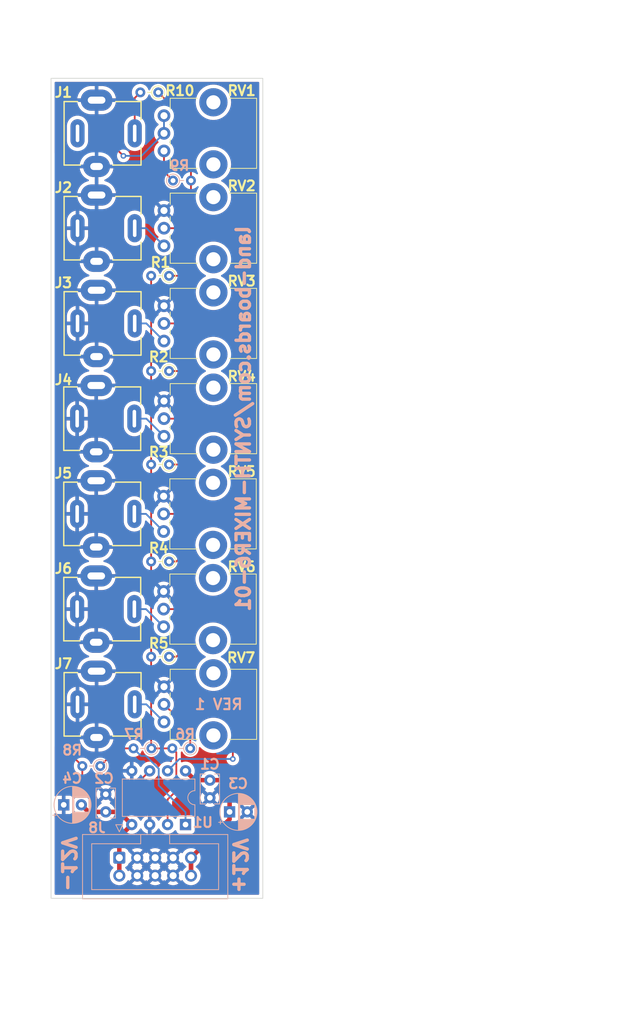
<source format=kicad_pcb>
(kicad_pcb (version 20211014) (generator pcbnew)
  (title_block (title "SYNTH-MIXER6-01") (date "2022-09-30") (rev "1") (company "LAND BOARDS, LLC"))
  (layers (0 "F.Cu" signal) (31 "B.Cu" signal) (34 "B.Paste" user) (35 "F.Paste" user) (36 "B.SilkS" user "B.Silkscreen") (37 "F.SilkS" user "F.Silkscreen") (38 "B.Mask" user) (39 "F.Mask" user) (44 "Edge.Cuts" user))
  (net 0 "")
  (net 1 "GND")
  (net 2 "/POTWIPER_4")
  (net 3 "/POTWIPER_3")
  (net 4 "/POTWIPER_2")
  (net 5 "/POTWIPER_5")
  (net 6 "/POTWIPER_6")
  (net 7 "+12V")
  (net 8 "-12V")
  (net 9 "/OUT")
  (net 10 "Net-(R7-Pad2)")
  (net 11 "/VOL2")
  (net 12 "/VOL1")
  (net 13 "/VSUM")
  (net 15 "/VO")
  (net 16 "/VI_1")
  (net 17 "/VI_2")
  (net 18 "/VI_3")
  (net 19 "/VI_4")
  (net 20 "/VI_5")
  (net 21 "/VI_6")
  (net 22 "/POTWIPER_1")
  (footprint "Potentiometer_THT:Potentiometer_Bourns_PTV09A-1_Single_Vertical" (layer "F.Cu") (at 15.95 70.502501)
    (fp_text reference "RV5" (at 11.05 -8.502501) (layer "F.SilkS") (effects (font (size 1.397 1.397) (thickness 0.3048))))
    (fp_text value "10K")
    (pad "" np_thru_hole circle (at 7 1.9) (size 4 4) (drill 2) (layers *.Cu *.Mask))
    (pad "" np_thru_hole circle (at 7 -6.9) (size 4 4) (drill 2) (layers *.Cu *.Mask))
    (pad "1" thru_hole circle (at 0 0) (size 1.8 1.8) (drill 1) (layers *.Cu *.Mask) (net 19 "/VI_4"))
    (pad "2" thru_hole circle (at 0 -2.5) (size 1.8 1.8) (drill 1) (layers *.Cu *.Mask) (net 2 "/POTWIPER_4"))
    (pad "3" thru_hole circle (at 0 -5) (size 1.8 1.8) (drill 1) (layers *.Cu *.Mask) (net 1 "GND"))
  )
  (footprint "Resistor_THT:R_Axial_DIN0204_L3.6mm_D1.6mm_P2.54mm_Vertical" (layer "F.Cu") (at 16.72 74.752501 180)
    (fp_text reference "R4" (at 1.47 1.9 180) (layer "F.SilkS") (effects (font (size 1.397 1.397) (thickness 0.3048))))
    (fp_text value "100K")
    (pad "1" thru_hole circle (at 0 0 180) (size 1.4 1.4) (drill 0.7) (layers *.Cu *.Mask) (net 2 "/POTWIPER_4"))
    (pad "2" thru_hole oval (at 2.54 0 180) (size 1.4 1.4) (drill 0.7) (layers *.Cu *.Mask) (net 13 "/VSUM"))
  )
  (footprint "Potentiometer_THT:Potentiometer_Bourns_PTV09A-1_Single_Vertical" (layer "F.Cu") (at 16 16.552501)
    (fp_text reference "RV1" (at 11 -8.552501) (layer "F.SilkS") (effects (font (size 1.397 1.397) (thickness 0.3048))))
    (fp_text value "10K")
    (pad "" np_thru_hole circle (at 7 1.9) (size 4 4) (drill 2) (layers *.Cu *.Mask))
    (pad "" np_thru_hole circle (at 7 -6.9) (size 4 4) (drill 2) (layers *.Cu *.Mask))
    (pad "1" thru_hole circle (at 0 0) (size 1.8 1.8) (drill 1) (layers *.Cu *.Mask) (net 12 "/VOL1"))
    (pad "2" thru_hole circle (at 0 -2.5) (size 1.8 1.8) (drill 1) (layers *.Cu *.Mask) (net 11 "/VOL2"))
    (pad "3" thru_hole circle (at 0 -5) (size 1.8 1.8) (drill 1) (layers *.Cu *.Mask) (net 11 "/VOL2"))
  )
  (footprint "Potentiometer_THT:Potentiometer_Bourns_PTV09A-1_Single_Vertical" (layer "F.Cu") (at 16 43.502501)
    (fp_text reference "RV3" (at 11 -8.5) (layer "F.SilkS") (effects (font (size 1.397 1.397) (thickness 0.3048))))
    (fp_text value "10K")
    (pad "" np_thru_hole circle (at 7 -6.9) (size 4 4) (drill 2) (layers *.Cu *.Mask))
    (pad "" np_thru_hole circle (at 7 1.9) (size 4 4) (drill 2) (layers *.Cu *.Mask))
    (pad "1" thru_hole circle (at 0 0) (size 1.8 1.8) (drill 1) (layers *.Cu *.Mask) (net 17 "/VI_2"))
    (pad "2" thru_hole circle (at 0 -2.5) (size 1.8 1.8) (drill 1) (layers *.Cu *.Mask) (net 4 "/POTWIPER_2"))
    (pad "3" thru_hole circle (at 0 -5) (size 1.8 1.8) (drill 1) (layers *.Cu *.Mask) (net 1 "GND"))
  )
  (footprint "AudioJacks:Jack_3.5mm_QingPu_WQP-PJ301BM_Vertical" (layer "F.Cu") (at 7.05 95.002501 -90)
    (fp_text reference "J7" (at -5.752501 5.3 180) (layer "F.SilkS") (effects (font (size 1.397 1.397) (thickness 0.3048))))
    (fp_text value "PJ-301BM")
    (pad "S" thru_hole oval locked (at -4.7 0.6) (size 4.5 3) (drill oval 2.5 1) (layers *.Cu *.Mask) (net 1 "GND"))
    (pad "S" thru_hole oval locked (at 4.7 0.6) (size 3.8 3) (drill oval 1.8 1) (layers *.Cu *.Mask) (net 1 "GND"))
    (pad "T" thru_hole oval locked (at 0 -4.8 270) (size 4 2) (drill oval 2.5 0.5) (layers *.Cu *.Mask) (net 21 "/VI_6"))
    (pad "TN" thru_hole oval locked (at 0 3.3 270) (size 4 2) (drill oval 2.5 0.5) (layers *.Cu *.Mask) (net 1 "GND"))
  )
  (footprint "Potentiometer_THT:Potentiometer_Bourns_PTV09A-1_Single_Vertical" (layer "F.Cu") (at 15.95 84.002501)
    (fp_text reference "RV6" (at 11.05 -8.502501) (layer "F.SilkS") (effects (font (size 1.397 1.397) (thickness 0.3048))))
    (fp_text value "10K")
    (pad "" np_thru_hole circle (at 7 -6.9) (size 4 4) (drill 2) (layers *.Cu *.Mask))
    (pad "" np_thru_hole circle (at 7 1.9) (size 4 4) (drill 2) (layers *.Cu *.Mask))
    (pad "1" thru_hole circle (at 0 0) (size 1.8 1.8) (drill 1) (layers *.Cu *.Mask) (net 20 "/VI_5"))
    (pad "2" thru_hole circle (at 0 -2.5) (size 1.8 1.8) (drill 1) (layers *.Cu *.Mask) (net 5 "/POTWIPER_5"))
    (pad "3" thru_hole circle (at 0 -5) (size 1.8 1.8) (drill 1) (layers *.Cu *.Mask) (net 1 "GND"))
  )
  (footprint "AudioJacks:Jack_3.5mm_QingPu_WQP-PJ301BM_Vertical" (layer "F.Cu") (at 7 68.002501 -90)
    (fp_text reference "J5" (at -5.752501 5.25 180) (layer "F.SilkS") (effects (font (size 1.397 1.397) (thickness 0.3048))))
    (fp_text value "PJ-301BM")
    (pad "S" thru_hole oval locked (at -4.7 0.6) (size 4.5 3) (drill oval 2.5 1) (layers *.Cu *.Mask) (net 1 "GND"))
    (pad "S" thru_hole oval locked (at 4.7 0.6) (size 3.8 3) (drill oval 1.8 1) (layers *.Cu *.Mask) (net 1 "GND"))
    (pad "T" thru_hole oval locked (at 0 -4.8 270) (size 4 2) (drill oval 2.5 0.5) (layers *.Cu *.Mask) (net 19 "/VI_4"))
    (pad "TN" thru_hole oval locked (at 0 3.3 270) (size 4 2) (drill oval 2.5 0.5) (layers *.Cu *.Mask) (net 1 "GND"))
  )
  (footprint "AudioJacks:Jack_3.5mm_QingPu_WQP-PJ301BM_Vertical" (layer "F.Cu") (at 7 81.502501 -90)
    (fp_text reference "J6" (at -5.752501 5.25 180) (layer "F.SilkS") (effects (font (size 1.397 1.397) (thickness 0.3048))))
    (fp_text value "PJ-301BM")
    (pad "S" thru_hole oval locked (at -4.7 0.6) (size 4.5 3) (drill oval 2.5 1) (layers *.Cu *.Mask) (net 1 "GND"))
    (pad "S" thru_hole oval locked (at 4.7 0.6) (size 3.8 3) (drill oval 1.8 1) (layers *.Cu *.Mask) (net 1 "GND"))
    (pad "T" thru_hole oval locked (at 0 -4.8 270) (size 4 2) (drill oval 2.5 0.5) (layers *.Cu *.Mask) (net 20 "/VI_5"))
    (pad "TN" thru_hole oval locked (at 0 3.3 270) (size 4 2) (drill oval 2.5 0.5) (layers *.Cu *.Mask) (net 1 "GND"))
  )
  (footprint "Resistor_THT:R_Axial_DIN0204_L3.6mm_D1.6mm_P2.54mm_Vertical" (layer "F.Cu") (at 15.19 8.25 180)
    (fp_text reference "R10" (at -3.06 0.25 180) (layer "F.SilkS") (effects (font (size 1.397 1.397) (thickness 0.3048))))
    (fp_text value "1K")
    (pad "1" thru_hole circle (at 0 0 180) (size 1.4 1.4) (drill 0.7) (layers *.Cu *.Mask) (net 15 "/VO"))
    (pad "2" thru_hole oval (at 2.54 0 180) (size 1.4 1.4) (drill 0.7) (layers *.Cu *.Mask) (net 9 "/OUT"))
  )
  (footprint "Potentiometer_THT:Potentiometer_Bourns_PTV09A-1_Single_Vertical" (layer "F.Cu") (at 16 97.502501)
    (fp_text reference "RV7" (at 10.924 -9.110501) (layer "F.SilkS") (effects (font (size 1.397 1.397) (thickness 0.3048))))
    (fp_text value "10K")
    (pad "" np_thru_hole circle (at 7 -6.9) (size 4 4) (drill 2) (layers *.Cu *.Mask))
    (pad "" np_thru_hole circle (at 7 1.9) (size 4 4) (drill 2) (layers *.Cu *.Mask))
    (pad "1" thru_hole circle (at 0 0) (size 1.8 1.8) (drill 1) (layers *.Cu *.Mask) (net 21 "/VI_6"))
    (pad "2" thru_hole circle (at 0 -2.5) (size 1.8 1.8) (drill 1) (layers *.Cu *.Mask) (net 6 "/POTWIPER_6"))
    (pad "3" thru_hole circle (at 0 -5) (size 1.8 1.8) (drill 1) (layers *.Cu *.Mask) (net 1 "GND"))
  )
  (footprint "Resistor_THT:R_Axial_DIN0204_L3.6mm_D1.6mm_P2.54mm_Vertical" (layer "F.Cu") (at 16.72 88.252501 180)
    (fp_text reference "R5" (at 1.47 1.9 180) (layer "F.SilkS") (effects (font (size 1.397 1.397) (thickness 0.3048))))
    (fp_text value "100K")
    (pad "1" thru_hole circle (at 0 0 180) (size 1.4 1.4) (drill 0.7) (layers *.Cu *.Mask) (net 5 "/POTWIPER_5"))
    (pad "2" thru_hole oval (at 2.54 0 180) (size 1.4 1.4) (drill 0.7) (layers *.Cu *.Mask) (net 13 "/VSUM"))
  )
  (footprint "AudioJacks:Jack_3.5mm_QingPu_WQP-PJ301BM_Vertical" (layer "F.Cu") (at 7.05 27.502501 -90)
    (fp_text reference "J2" (at -5.752501 5.3 180) (layer "F.SilkS") (effects (font (size 1.397 1.397) (thickness 0.3048))))
    (fp_text value "PJ-301BM")
    (pad "S" thru_hole oval locked (at -4.7 0.6) (size 4.5 3) (drill oval 2.5 1) (layers *.Cu *.Mask) (net 1 "GND"))
    (pad "S" thru_hole oval locked (at 4.7 0.6) (size 3.8 3) (drill oval 1.8 1) (layers *.Cu *.Mask) (net 1 "GND"))
    (pad "T" thru_hole oval locked (at 0 -4.8 270) (size 4 2) (drill oval 2.5 0.5) (layers *.Cu *.Mask) (net 16 "/VI_1"))
    (pad "TN" thru_hole oval locked (at 0 3.3 270) (size 4 2) (drill oval 2.5 0.5) (layers *.Cu *.Mask) (net 1 "GND"))
  )
  (footprint "AudioJacks:Jack_3.5mm_QingPu_WQP-PJ301BM_Vertical" (layer "F.Cu") (at 7.05 14.052501 -90)
    (fp_text reference "J1" (at -5.802501 5.3 180) (layer "F.SilkS") (effects (font (size 1.397 1.397) (thickness 0.3048))))
    (fp_text value "PJ-301BM")
    (pad "S" thru_hole oval locked (at 4.7 0.6) (size 3.8 3) (drill oval 1.8 1) (layers *.Cu *.Mask) (net 1 "GND"))
    (pad "S" thru_hole oval locked (at -4.7 0.6) (size 4.5 3) (drill oval 2.5 1) (layers *.Cu *.Mask) (net 1 "GND"))
    (pad "T" thru_hole oval locked (at 0 -4.8 270) (size 4 2) (drill oval 2.5 0.5) (layers *.Cu *.Mask) (net 9 "/OUT"))
    (pad "TN" thru_hole oval locked (at 0 3.3 270) (size 4 2) (drill oval 2.5 0.5) (layers *.Cu *.Mask))
  )
  (footprint "Resistor_THT:R_Axial_DIN0204_L3.6mm_D1.6mm_P2.54mm_Vertical" (layer "F.Cu") (at 16.72 61.002501 180)
    (fp_text reference "R3" (at 1.47 1.752501 180) (layer "F.SilkS") (effects (font (size 1.397 1.397) (thickness 0.3048))))
    (fp_text value "100K")
    (pad "1" thru_hole circle (at 0 0 180) (size 1.4 1.4) (drill 0.7) (layers *.Cu *.Mask) (net 3 "/POTWIPER_3"))
    (pad "2" thru_hole oval (at 2.54 0 180) (size 1.4 1.4) (drill 0.7) (layers *.Cu *.Mask) (net 13 "/VSUM"))
  )
  (footprint "AudioJacks:Jack_3.5mm_QingPu_WQP-PJ301BM_Vertical" (layer "F.Cu") (at 7 54.502501 -90)
    (fp_text reference "J4" (at -5.502501 5.25 180) (layer "F.SilkS") (effects (font (size 1.397 1.397) (thickness 0.3048))))
    (fp_text value "PJ-301BM")
    (pad "S" thru_hole oval locked (at -4.7 0.6) (size 4.5 3) (drill oval 2.5 1) (layers *.Cu *.Mask) (net 1 "GND"))
    (pad "S" thru_hole oval locked (at 4.7 0.6) (size 3.8 3) (drill oval 1.8 1) (layers *.Cu *.Mask) (net 1 "GND"))
    (pad "T" thru_hole oval locked (at 0 -4.8 270) (size 4 2) (drill oval 2.5 0.5) (layers *.Cu *.Mask) (net 18 "/VI_3"))
    (pad "TN" thru_hole oval locked (at 0 3.3 270) (size 4 2) (drill oval 2.5 0.5) (layers *.Cu *.Mask) (net 1 "GND"))
  )
  (footprint "Potentiometer_THT:Potentiometer_Bourns_PTV09A-1_Single_Vertical" (layer "F.Cu") (at 16 30.002501)
    (fp_text reference "RV2" (at 11 -8.502501) (layer "F.SilkS") (effects (font (size 1.397 1.397) (thickness 0.3048))))
    (fp_text value "10K")
    (pad "" np_thru_hole circle (at 7 1.9) (size 4 4) (drill 2) (layers *.Cu *.Mask))
    (pad "" np_thru_hole circle (at 7 -6.9) (size 4 4) (drill 2) (layers *.Cu *.Mask))
    (pad "1" thru_hole circle (at 0 0) (size 1.8 1.8) (drill 1) (layers *.Cu *.Mask) (net 16 "/VI_1"))
    (pad "2" thru_hole circle (at 0 -2.5) (size 1.8 1.8) (drill 1) (layers *.Cu *.Mask) (net 22 "/POTWIPER_1"))
    (pad "3" thru_hole circle (at 0 -5) (size 1.8 1.8) (drill 1) (layers *.Cu *.Mask) (net 1 "GND"))
  )
  (footprint "Resistor_THT:R_Axial_DIN0204_L3.6mm_D1.6mm_P2.54mm_Vertical" (layer "F.Cu") (at 16.72 34.252501 180)
    (fp_text reference "R1" (at 1.22 1.9 180) (layer "F.SilkS") (effects (font (size 1.397 1.397) (thickness 0.3048))))
    (fp_text value "100K")
    (pad "1" thru_hole circle (at 0 0 180) (size 1.4 1.4) (drill 0.7) (layers *.Cu *.Mask) (net 22 "/POTWIPER_1"))
    (pad "2" thru_hole oval (at 2.54 0 180) (size 1.4 1.4) (drill 0.7) (layers *.Cu *.Mask) (net 13 "/VSUM"))
  )
  (footprint "Potentiometer_THT:Potentiometer_Bourns_PTV09A-1_Single_Vertical" (layer "F.Cu") (at 16 57.002501)
    (fp_text reference "RV4" (at 11 -8.5) (layer "F.SilkS") (effects (font (size 1.397 1.397) (thickness 0.3048))))
    (fp_text value "10K")
    (pad "" np_thru_hole circle (at 7 1.9) (size 4 4) (drill 2) (layers *.Cu *.Mask))
    (pad "" np_thru_hole circle (at 7 -6.9) (size 4 4) (drill 2) (layers *.Cu *.Mask))
    (pad "1" thru_hole circle (at 0 0) (size 1.8 1.8) (drill 1) (layers *.Cu *.Mask) (net 18 "/VI_3"))
    (pad "2" thru_hole circle (at 0 -2.5) (size 1.8 1.8) (drill 1) (layers *.Cu *.Mask) (net 3 "/POTWIPER_3"))
    (pad "3" thru_hole circle (at 0 -5) (size 1.8 1.8) (drill 1) (layers *.Cu *.Mask) (net 1 "GND"))
  )
  (footprint "Resistor_THT:R_Axial_DIN0204_L3.6mm_D1.6mm_P2.54mm_Vertical" (layer "F.Cu") (at 16.72 47.752501 180)
    (fp_text reference "R2" (at 1.47 2.002501 180) (layer "F.SilkS") (effects (font (size 1.397 1.397) (thickness 0.3048))))
    (fp_text value "100K")
    (pad "1" thru_hole circle (at 0 0 180) (size 1.4 1.4) (drill 0.7) (layers *.Cu *.Mask) (net 4 "/POTWIPER_2"))
    (pad "2" thru_hole oval (at 2.54 0 180) (size 1.4 1.4) (drill 0.7) (layers *.Cu *.Mask) (net 13 "/VSUM"))
  )
  (footprint "AudioJacks:Jack_3.5mm_QingPu_WQP-PJ301BM_Vertical" (layer "F.Cu") (at 7.05 41.002501 -90)
    (fp_text reference "J3" (at -5.752501 5.3 180) (layer "F.SilkS") (effects (font (size 1.397 1.397) (thickness 0.3048))))
    (fp_text value "PJ-301BM")
    (pad "S" thru_hole oval locked (at 4.7 0.6) (size 3.8 3) (drill oval 1.8 1) (layers *.Cu *.Mask) (net 1 "GND"))
    (pad "S" thru_hole oval locked (at -4.7 0.6) (size 4.5 3) (drill oval 2.5 1) (layers *.Cu *.Mask) (net 1 "GND"))
    (pad "T" thru_hole oval locked (at 0 -4.8 270) (size 4 2) (drill oval 2.5 0.5) (layers *.Cu *.Mask) (net 17 "/VI_2"))
    (pad "TN" thru_hole oval locked (at 0 3.3 270) (size 4 2) (drill oval 2.5 0.5) (layers *.Cu *.Mask) (net 1 "GND"))
  )
  (footprint "Connector_IDC:IDC-Header_2x05_P2.54mm_Vertical" (layer "B.Cu") (at 9.67 116.7475 -90)
    (fp_text reference "J8" (at -4.2475 3.17) (layer "B.SilkS") (effects (font (size 1.397 1.397) (thickness 0.3048)) (justify mirror)))
    (fp_text value "Conn_02x05")
    (pad "1" thru_hole roundrect (at 0 0 270) (size 1.7 1.7) (drill 1) (layers *.Cu *.Mask) (roundrect_rratio 0.1470588235) (net 8 "-12V"))
    (pad "2" thru_hole circle (at 2.54 0 270) (size 1.7 1.7) (drill 1) (layers *.Cu *.Mask) (net 8 "-12V"))
    (pad "3" thru_hole circle (at 0 -2.54 270) (size 1.7 1.7) (drill 1) (layers *.Cu *.Mask) (net 1 "GND"))
    (pad "4" thru_hole circle (at 2.54 -2.54 270) (size 1.7 1.7) (drill 1) (layers *.Cu *.Mask) (net 1 "GND"))
    (pad "5" thru_hole circle (at 0 -5.08 270) (size 1.7 1.7) (drill 1) (layers *.Cu *.Mask) (net 1 "GND"))
    (pad "6" thru_hole circle (at 2.54 -5.08 270) (size 1.7 1.7) (drill 1) (layers *.Cu *.Mask) (net 1 "GND"))
    (pad "7" thru_hole circle (at 0 -7.62 270) (size 1.7 1.7) (drill 1) (layers *.Cu *.Mask) (net 1 "GND"))
    (pad "8" thru_hole circle (at 2.54 -7.62 270) (size 1.7 1.7) (drill 1) (layers *.Cu *.Mask) (net 1 "GND"))
    (pad "9" thru_hole circle (at 0 -10.16 270) (size 1.7 1.7) (drill 1) (layers *.Cu *.Mask) (net 7 "+12V"))
    (pad "10" thru_hole circle (at 2.54 -10.16 270) (size 1.7 1.7) (drill 1) (layers *.Cu *.Mask) (net 7 "+12V"))
  )
  (footprint "Capacitor_THT:CP_Radial_D5.0mm_P2.50mm" (layer "B.Cu") (at 25.294888 110.25)
    (fp_text reference "C3" (at 1.205112 -4 180) (layer "B.SilkS") (effects (font (size 1.397 1.397) (thickness 0.3048)) (justify mirror)))
    (fp_text value "10uF")
    (pad "1" thru_hole rect (at 0 0) (size 1.6 1.6) (drill 0.8) (layers *.Cu *.Mask) (net 7 "+12V"))
    (pad "2" thru_hole circle (at 2.5 0) (size 1.6 1.6) (drill 0.8) (layers *.Cu *.Mask) (net 1 "GND"))
  )
  (footprint "Package_DIP:DIP-8_W7.62mm" (layer "B.Cu") (at 19.05 112.05 90)
    (fp_text reference "U1" (at 0.3 2.45) (layer "B.SilkS") (effects (font (size 1.397 1.397) (thickness 0.3048)) (justify mirror)))
    (fp_text value "TL072")
    (pad "1" thru_hole rect (at 0 0 90) (size 1.6 1.6) (drill 0.8) (layers *.Cu *.Mask) (net 10 "Net-(R7-Pad2)"))
    (pad "2" thru_hole oval (at 0 -2.54 90) (size 1.6 1.6) (drill 0.8) (layers *.Cu *.Mask) (net 13 "/VSUM"))
    (pad "3" thru_hole oval (at 0 -5.08 90) (size 1.6 1.6) (drill 0.8) (layers *.Cu *.Mask) (net 1 "GND"))
    (pad "4" thru_hole oval (at 0 -7.62 90) (size 1.6 1.6) (drill 0.8) (layers *.Cu *.Mask) (net 8 "-12V"))
    (pad "5" thru_hole oval (at 7.62 -7.62 90) (size 1.6 1.6) (drill 0.8) (layers *.Cu *.Mask) (net 1 "GND"))
    (pad "6" thru_hole oval (at 7.62 -5.08 90) (size 1.6 1.6) (drill 0.8) (layers *.Cu *.Mask) (net 11 "/VOL2"))
    (pad "7" thru_hole oval (at 7.62 -2.54 90) (size 1.6 1.6) (drill 0.8) (layers *.Cu *.Mask) (net 15 "/VO"))
    (pad "8" thru_hole oval (at 7.62 0 90) (size 1.6 1.6) (drill 0.8) (layers *.Cu *.Mask) (net 7 "+12V"))
  )
  (footprint "Resistor_THT:R_Axial_DIN0204_L3.6mm_D1.6mm_P2.54mm_Vertical" (layer "B.Cu") (at 14.22 101.25 180)
    (fp_text reference "R7" (at 2.47 2) (layer "B.SilkS") (effects (font (size 1.397 1.397) (thickness 0.3048)) (justify mirror)))
    (fp_text value "100K")
    (pad "1" thru_hole circle (at 0 0 180) (size 1.4 1.4) (drill 0.7) (layers *.Cu *.Mask) (net 13 "/VSUM"))
    (pad "2" thru_hole oval (at 2.54 0 180) (size 1.4 1.4) (drill 0.7) (layers *.Cu *.Mask) (net 10 "Net-(R7-Pad2)"))
  )
  (footprint "Capacitor_THT:C_Rect_L4.0mm_W2.5mm_P2.50mm" (layer "B.Cu") (at 22.5 105.75 -90)
    (fp_text reference "C1" (at -2.25 0) (layer "B.SilkS") (effects (font (size 1.397 1.397) (thickness 0.3048)) (justify mirror)))
    (fp_text value "0.1uF")
    (pad "1" thru_hole circle (at 0 0 270) (size 1.6 1.6) (drill 0.8) (layers *.Cu *.Mask) (net 7 "+12V"))
    (pad "2" thru_hole circle (at 2.5 0 270) (size 1.6 1.6) (drill 0.8) (layers *.Cu *.Mask) (net 1 "GND"))
  )
  (footprint "Capacitor_THT:C_Rect_L4.0mm_W2.5mm_P2.50mm" (layer "B.Cu") (at 7.75 107.75 -90)
    (fp_text reference "C2" (at -2.25 0.25) (layer "B.SilkS") (effects (font (size 1.397 1.397) (thickness 0.3048)) (justify mirror)))
    (fp_text value "0.1uF")
    (pad "1" thru_hole circle (at 0 0 270) (size 1.6 1.6) (drill 0.8) (layers *.Cu *.Mask) (net 1 "GND"))
    (pad "2" thru_hole circle (at 2.5 0 270) (size 1.6 1.6) (drill 0.8) (layers *.Cu *.Mask) (net 8 "-12V"))
  )
  (footprint "Resistor_THT:R_Axial_DIN0204_L3.6mm_D1.6mm_P2.54mm_Vertical" (layer "B.Cu") (at 6.97 103.75 180)
    (fp_text reference "R8" (at 3.97 2.25 180) (layer "B.SilkS") (effects (font (size 1.397 1.397) (thickness 0.3048)) (justify mirror)))
    (fp_text value "22K")
    (pad "1" thru_hole circle (at 0 0 180) (size 1.4 1.4) (drill 0.7) (layers *.Cu *.Mask) (net 10 "Net-(R7-Pad2)"))
    (pad "2" thru_hole oval (at 2.54 0 180) (size 1.4 1.4) (drill 0.7) (layers *.Cu *.Mask) (net 11 "/VOL2"))
  )
  (footprint "Resistor_THT:R_Axial_DIN0204_L3.6mm_D1.6mm_P2.54mm_Vertical" (layer "B.Cu") (at 17.28 20.75)
    (fp_text reference "R9" (at 0.92 -2.135 180) (layer "B.SilkS") (effects (font (size 1.397 1.397) (thickness 0.3048)) (justify mirror)))
    (fp_text value "4.7K")
    (pad "1" thru_hole circle (at 0 0) (size 1.4 1.4) (drill 0.7) (layers *.Cu *.Mask) (net 12 "/VOL1"))
    (pad "2" thru_hole oval (at 2.54 0) (size 1.4 1.4) (drill 0.7) (layers *.Cu *.Mask) (net 15 "/VO"))
  )
  (footprint "Resistor_THT:R_Axial_DIN0204_L3.6mm_D1.6mm_P2.54mm_Vertical" (layer "B.Cu") (at 19.72 101.25 180)
    (fp_text reference "R6" (at 0.72 2) (layer "B.SilkS") (effects (font (size 1.397 1.397) (thickness 0.3048)) (justify mirror)))
    (fp_text value "100K")
    (pad "1" thru_hole circle (at 0 0 180) (size 1.4 1.4) (drill 0.7) (layers *.Cu *.Mask) (net 6 "/POTWIPER_6"))
    (pad "2" thru_hole oval (at 2.54 0 180) (size 1.4 1.4) (drill 0.7) (layers *.Cu *.Mask) (net 13 "/VSUM"))
  )
  (footprint "Capacitor_THT:CP_Radial_D5.0mm_P2.50mm" (layer "B.Cu") (at 1.794888 109.25)
    (fp_text reference "C4" (at 1.205112 -3.75 180) (layer "B.SilkS") (effects (font (size 1.397 1.397) (thickness 0.3048)) (justify mirror)))
    (fp_text value "10uF")
    (pad "1" thru_hole rect (at 0 0) (size 1.6 1.6) (drill 0.8) (layers *.Cu *.Mask) (net 1 "GND"))
    (pad "2" thru_hole circle (at 2.5 0) (size 1.6 1.6) (drill 0.8) (layers *.Cu *.Mask) (net 8 "-12V"))
  )
  (gr_rect (start 0 6.252501) (end 30 122.502501) (layer "Edge.Cuts") (width 0.1) (fill none))
  (gr_text "+12V" (at 26.75 122 270) (layer "B.SilkS") (effects (font (size 1.905 1.905) (thickness 0.47625)) (justify left mirror)))
  (gr_text "-12V" (at 2.5 121.75 270) (layer "B.SilkS") (effects (font (size 1.905 1.905) (thickness 0.47625)) (justify left mirror)))
  (gr_text "REV 1" (at 23.75 95.002501) (layer "B.SilkS") (effects (font (size 1.5 1.5) (thickness 0.3)) (justify mirror)))
  (gr_text "land-boards.com/SYNTH-MIXER6-01" (at 27.250009 54.502507 90) (layer "B.SilkS") (effects (font (size 1.905 1.905) (thickness 0.47625)) (justify mirror)))
  (segment (start 16.47 74.752501) (end 17.75 74.752501) (width 0.25) (layer "F.Cu") (net 2))
  (segment (start 15.95 68.002501) (end 17.75 68.002501) (width 0.25) (layer "F.Cu") (net 2))
  (segment (start 17.75 74.752501) (end 18.5 74.002501) (width 0.25) (layer "F.Cu") (net 2))
  (segment (start 17.75 68.002501) (end 18.5 68.752501) (width 0.25) (layer "F.Cu") (net 2))
  (segment (start 18.5 74.002501) (end 18.5 68.752501) (width 0.25) (layer "F.Cu") (net 2))
  (segment (start 18.75 55.002501) (end 18.75 60.502501) (width 0.25) (layer "F.Cu") (net 3))
  (segment (start 18.25 54.502501) (end 18.75 55.002501) (width 0.25) (layer "F.Cu") (net 3))
  (segment (start 18.75 60.502501) (end 18.25 61.002501) (width 0.25) (layer "F.Cu") (net 3))
  (segment (start 16 54.502501) (end 18.25 54.502501) (width 0.25) (layer "F.Cu") (net 3))
  (segment (start 18.25 61.002501) (end 16.46 61.002501) (width 0.25) (layer "F.Cu") (net 3))
  (segment (start 16.72 47.752501) (end 18 47.752501) (width 0.25) (layer "F.Cu") (net 4))
  (segment (start 18 47.752501) (end 18.25 47.502501) (width 0.25) (layer "F.Cu") (net 4))
  (segment (start 18.25 47.502501) (end 18.25 41.502501) (width 0.25) (layer "F.Cu") (net 4))
  (segment (start 18.25 41.502501) (end 17.75 41.002501) (width 0.25) (layer "F.Cu") (net 4))
  (segment (start 17.75 41.002501) (end 16 41.002501) (width 0.25) (layer "F.Cu") (net 4))
  (segment (start 16.47 88.252501) (end 17.75 88.252501) (width 0.25) (layer "F.Cu") (net 5))
  (segment (start 17.75 88.252501) (end 18.5 87.502501) (width 0.25) (layer "F.Cu") (net 5))
  (segment (start 17.75 81.502501) (end 18.5 82.252501) (width 0.25) (layer "F.Cu") (net 5))
  (segment (start 15.95 81.502501) (end 17.75 81.502501) (width 0.25) (layer "F.Cu") (net 5))
  (segment (start 18.5 82.252501) (end 18.5 87.502501) (width 0.25) (layer "F.Cu") (net 5))
  (segment (start 19.72 98.722501) (end 19.72 101.25) (width 0.25) (layer "F.Cu") (net 6))
  (segment (start 16 95.002501) (end 19.72 98.722501) (width 0.25) (layer "F.Cu") (net 6))
  (segment (start 22.5 105.75) (end 24.5 105.75) (width 0.635) (layer "F.Cu") (net 7))
  (segment (start 24.5 105.75) (end 25.294887 106.544887) (width 0.635) (layer "F.Cu") (net 7))
  (segment (start 19.830001 119.287493) (end 19.830001 116.747493) (width 0.6604) (layer "F.Cu") (net 7))
  (segment (start 25.294887 111.282613) (end 19.83 116.7475) (width 0.635) (layer "F.Cu") (net 7))
  (segment (start 20.37 105.75) (end 19.05 104.43) (width 0.635) (layer "F.Cu") (net 7))
  (segment (start 25.294887 106.544887) (end 25.294887 111.282613) (width 0.635) (layer "F.Cu") (net 7))
  (segment (start 22.5 105.75) (end 20.37 105.75) (width 0.635) (layer "F.Cu") (net 7))
  (segment (start 9.63 110.25) (end 11.43 112.05) (width 0.635) (layer "F.Cu") (net 8))
  (segment (start 7.75 110.25) (end 5.294888 110.25) (width 0.635) (layer "F.Cu") (net 8))
  (segment (start 11.43 112.05) (end 9.67 113.81) (width 0.635) (layer "F.Cu") (net 8))
  (segment (start 7.75 110.25) (end 9.63 110.25) (width 0.635) (layer "F.Cu") (net 8))
  (segment (start 9.670001 119.287493) (end 9.670001 116.747493) (width 0.635) (layer "F.Cu") (net 8))
  (segment (start 5.294888 110.25) (end 4.294888 109.25) (width 0.635) (layer "F.Cu") (net 8))
  (segment (start 9.67 113.81) (end 9.67 116.7475) (width 0.635) (layer "F.Cu") (net 8))
  (segment (start 11.85 14.052501) (end 11.85 9.05) (width 0.25) (layer "F.Cu") (net 9))
  (segment (start 11.85 9.05) (end 12.65 8.25) (width 0.25) (layer "F.Cu") (net 9))
  (segment (start 9.47 101.25) (end 6.97 103.75) (width 0.25) (layer "F.Cu") (net 10))
  (segment (start 11.68 101.25) (end 9.47 101.25) (width 0.25) (layer "F.Cu") (net 10))
  (segment (start 19.05 110.3) (end 19.05 112.05) (width 0.25) (layer "B.Cu") (net 10))
  (segment (start 15.25 106.5) (end 19.05 110.3) (width 0.25) (layer "B.Cu") (net 10))
  (segment (start 11.68 101.25) (end 12.75 102.32) (width 0.25) (layer "B.Cu") (net 10))
  (segment (start 12.75 102.32) (end 13.4503 102.32) (width 0.25) (layer "B.Cu") (net 10))
  (segment (start 15.25 104.1197) (end 15.25 106.5) (width 0.25) (layer "B.Cu") (net 10))
  (segment (start 13.4503 102.32) (end 15.25 104.1197) (width 0.25) (layer "B.Cu") (net 10))
  (segment (start 12.4 106) (end 5 106) (width 0.25) (layer "F.Cu") (net 11))
  (segment (start 4.43 103.75) (end 1.25 100.57) (width 0.25) (layer "F.Cu") (net 11))
  (segment (start 9.5 16.5) (end 10.25 17.25) (width 0.25) (layer "F.Cu") (net 11))
  (segment (start 1.25 17.25) (end 1.5 17) (width 0.25) (layer "F.Cu") (net 11))
  (segment (start 4.43 105.43) (end 4.43 103.75) (width 0.25) (layer "F.Cu") (net 11))
  (segment (start 13.97 104.43) (end 12.4 106) (width 0.25) (layer "F.Cu") (net 11))
  (segment (start 4.75 17) (end 5.25 16.5) (width 0.25) (layer "F.Cu") (net 11))
  (segment (start 1.5 17) (end 4.75 17) (width 0.25) (layer "F.Cu") (net 11))
  (segment (start 5 106) (end 4.43 105.43) (width 0.25) (layer "F.Cu") (net 11))
  (segment (start 5.25 16.5) (end 9.5 16.5) (width 0.25) (layer "F.Cu") (net 11))
  (segment (start 1.25 100.57) (end 1.25 17.25) (width 0.25) (layer "F.Cu") (net 11))
  (via (at 10.25 17.25) (size 0.8) (drill 0.4) (layers "F.Cu" "B.Cu") (net 11))
  (segment (start 12.802501 17.25) (end 16 14.052501) (width 0.25) (layer "B.Cu") (net 11))
  (segment (start 16 11.552501) (end 16 14.052501) (width 0.25) (layer "B.Cu") (net 11))
  (segment (start 10.25 17.25) (end 12.802501 17.25) (width 0.25) (layer "B.Cu") (net 11))
  (segment (start 16 16.552501) (end 16 19.47) (width 0.25) (layer "F.Cu") (net 12))
  (segment (start 16 19.47) (end 17.28 20.75) (width 0.25) (layer "F.Cu") (net 12))
  (segment (start 14.18 34.252501) (end 14.18 47.752501) (width 0.25) (layer "F.Cu") (net 13))
  (segment (start 14.18 101.21) (end 14.22 101.25) (width 0.25) (layer "F.Cu") (net 13))
  (segment (start 17.75 107.25) (end 16.51 108.49) (width 0.25) (layer "F.Cu") (net 13))
  (segment (start 14.18 74.752501) (end 14.18 88.252501) (width 0.25) (layer "F.Cu") (net 13))
  (segment (start 17.18 101.25) (end 17.75 101.82) (width 0.25) (layer "F.Cu") (net 13))
  (segment (start 17.75 101.82) (end 17.75 107.25) (width 0.25) (layer "F.Cu") (net 13))
  (segment (start 14.22 101.25) (end 17.18 101.25) (width 0.25) (layer "F.Cu") (net 13))
  (segment (start 14.18 88.252501) (end 14.18 101.21) (width 0.25) (layer "F.Cu") (net 13))
  (segment (start 14.18 47.752501) (end 14.18 61.002501) (width 0.25) (layer "F.Cu") (net 13))
  (segment (start 16.51 108.49) (end 16.51 112.05) (width 0.25) (layer "F.Cu") (net 13))
  (segment (start 14.18 74.752501) (end 14.18 61.002501) (width 0.25) (layer "F.Cu") (net 13))
  (segment (start 25.75 28.5) (end 24.5 27.25) (width 0.25) (layer "F.Cu") (net 15))
  (segment (start 24.5 27.25) (end 21.5 27.25) (width 0.25) (layer "F.Cu") (net 15))
  (segment (start 21.5 27.25) (end 19.82 25.57) (width 0.25) (layer "F.Cu") (net 15))
  (segment (start 19.82 12.88) (end 15.19 8.25) (width 0.25) (layer "F.Cu") (net 15))
  (segment (start 19.82 20.75) (end 19.82 12.88) (width 0.25) (layer "F.Cu") (net 15))
  (segment (start 19.82 25.57) (end 19.82 20.75) (width 0.25) (layer "F.Cu") (net 15))
  (segment (start 25.75 102.75) (end 25.75 28.5) (width 0.25) (layer "F.Cu") (net 15))
  (via (at 25.75 102.75) (size 0.8) (drill 0.4) (layers "F.Cu" "B.Cu") (net 15))
  (segment (start 18.19 102.75) (end 25.75 102.75) (width 0.25) (layer "B.Cu") (net 15))
  (segment (start 16.51 104.43) (end 18.19 102.75) (width 0.25) (layer "B.Cu") (net 15))
  (segment (start 13.5 27.502501) (end 16 30.002501) (width 0.25) (layer "B.Cu") (net 16))
  (segment (start 11.85 27.502501) (end 13.5 27.502501) (width 0.25) (layer "B.Cu") (net 16))
  (segment (start 13.5 41.002501) (end 16 43.502501) (width 0.25) (layer "B.Cu") (net 17))
  (segment (start 11.85 41.002501) (end 13.5 41.002501) (width 0.25) (layer "B.Cu") (net 17))
  (segment (start 13.5 54.502501) (end 16 57.002501) (width 0.25) (layer "B.Cu") (net 18))
  (segment (start 11.8 54.502501) (end 13.5 54.502501) (width 0.25) (layer "B.Cu") (net 18))
  (segment (start 13.45 68.002501) (end 15.95 70.502501) (width 0.25) (layer "B.Cu") (net 19))
  (segment (start 11.8 68.002501) (end 13.45 68.002501) (width 0.25) (layer "B.Cu") (net 19))
  (segment (start 13.45 81.502501) (end 15.95 84.002501) (width 0.25) (layer "B.Cu") (net 20))
  (segment (start 11.8 81.502501) (end 13.45 81.502501) (width 0.25) (layer "B.Cu") (net 20))
  (segment (start 13.5 95.002501) (end 16 97.502501) (width 0.25) (layer "B.Cu") (net 21))
  (segment (start 11.85 95.002501) (end 13.5 95.002501) (width 0.25) (layer "B.Cu") (net 21))
  (segment (start 16.72 34.252501) (end 17.997499 34.252501) (width 0.25) (layer "F.Cu") (net 22))
  (segment (start 18.5 33.75) (end 18.5 28.25) (width 0.25) (layer "F.Cu") (net 22))
  (segment (start 17.997499 34.252501) (end 18.5 33.75) (width 0.25) (layer "F.Cu") (net 22))
  (segment (start 17.752501 27.502501) (end 18.5 28.25) (width 0.25) (layer "F.Cu") (net 22))
  (segment (start 16 27.502501) (end 17.752501 27.502501) (width 0.25) (layer "F.Cu") (net 22))
  (zone (net 1) (net_name "GND") (layers F&B.Cu) (connect_pads (clearance 0.508)) (min_thickness 0.254) (fill yes (thermal_gap 0.508) (thermal_bridge_width 0.508))
    (polygon (pts (xy 30 122.6) (xy 0 122.6) (xy 0.04 6.25) (xy 30.139 6.25)))
  )
)
</source>
